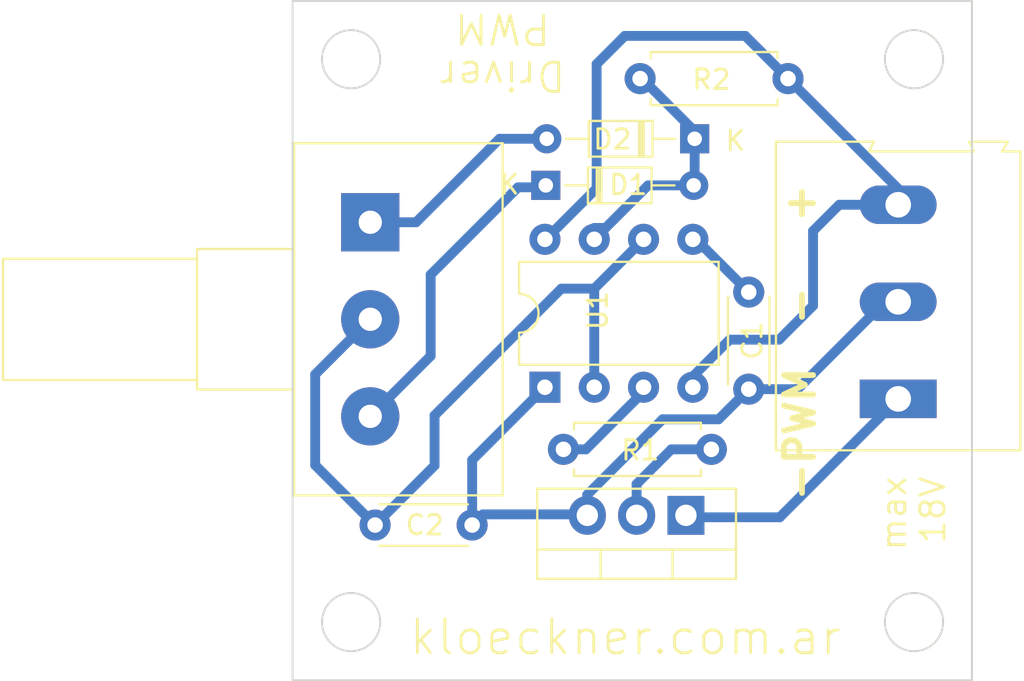
<source format=kicad_pcb>
(kicad_pcb (version 20221018) (generator pcbnew)
  (layers (0 "F.Cu" signal) (31 "B.Cu" signal) (34 "B.Paste" user) (35 "F.Paste" user) (36 "B.SilkS" user "B.Silkscreen") (37 "F.SilkS" user "F.Silkscreen") (38 "B.Mask" user) (39 "F.Mask" user) (44 "Edge.Cuts" user))
  (net 0 "")
  (net 1 "Net-(U1-CV)")
  (net 2 "0")
  (net 3 "Net-(D1-K)")
  (net 4 "Net-(D1-A)")
  (net 5 "VCC")
  (net 6 "Net-(Q1-G)")
  (net 7 "Net-(U1-Q)")
  (net 8 "Net-(U1-THR)")
  (net 9 "Net-(D2-A)")
  (net 10 "Net-(J1-Pin_3)")
  (footprint "Diode_THT:D_DO-34_SOD68_P7.62mm_Horizontal" (layer "F.Cu") (at 125.7 52.1 180)
    (fp_text reference "D2" (at 4.245 -0.03) (layer "F.SilkS"))
    (fp_text value "4148")
    (fp_text user "K" (at -2.1 -0.1) (layer "F.SilkS"))
    (fp_line (start 0.99 0) (end 2.17 0) (stroke (width 0.12)) (layer "F.SilkS"))
    (fp_line (start 2.17 -0.92) (end 2.17 0.92) (stroke (width 0.12)) (layer "F.SilkS"))
    (fp_line (start 2.17 0.92) (end 5.45 0.92) (stroke (width 0.12)) (layer "F.SilkS"))
    (fp_line (start 2.626 -0.92) (end 2.626 0.92) (stroke (width 0.12)) (layer "F.SilkS"))
    (fp_line (start 2.746 -0.92) (end 2.746 0.92) (stroke (width 0.12)) (layer "F.SilkS"))
    (fp_line (start 2.866 -0.92) (end 2.866 0.92) (stroke (width 0.12)) (layer "F.SilkS"))
    (fp_line (start 5.45 -0.92) (end 2.17 -0.92) (stroke (width 0.12)) (layer "F.SilkS"))
    (fp_line (start 5.45 0.92) (end 5.45 -0.92) (stroke (width 0.12)) (layer "F.SilkS"))
    (fp_line (start 6.63 0) (end 5.45 0) (stroke (width 0.12)) (layer "F.SilkS"))
    (pad "1" thru_hole rect (at 0 0 180) (size 1.5 1.5) (drill 0.75) (layers "*.Cu" "*.Mask") (net 4 "Net-(D1-A)"))
    (pad "2" thru_hole oval (at 7.62 0 180) (size 1.5 1.5) (drill 0.75) (layers "*.Cu" "*.Mask") (net 9 "Net-(D2-A)"))
  )
  (footprint "Resistor_THT:R_Axial_DIN0207_L6.3mm_D2.5mm_P7.62mm_Horizontal" (layer "F.Cu") (at 130.51 49 180)
    (fp_text reference "R2" (at 3.9465 -0.05 180) (layer "F.SilkS"))
    (fp_text value "1k")
    (fp_line (start 0.54 -1.37) (end 7.08 -1.37) (stroke (width 0.12)) (layer "F.SilkS"))
    (fp_line (start 0.54 -1.04) (end 0.54 -1.37) (stroke (width 0.12)) (layer "F.SilkS"))
    (fp_line (start 0.54 1.04) (end 0.54 1.37) (stroke (width 0.12)) (layer "F.SilkS"))
    (fp_line (start 0.54 1.37) (end 7.08 1.37) (stroke (width 0.12)) (layer "F.SilkS"))
    (fp_line (start 7.08 -1.37) (end 7.08 -1.04) (stroke (width 0.12)) (layer "F.SilkS"))
    (fp_line (start 7.08 1.37) (end 7.08 1.04) (stroke (width 0.12)) (layer "F.SilkS"))
    (pad "1" thru_hole circle (at 0 0 180) (size 1.6 1.6) (drill 0.8) (layers "*.Cu" "*.Mask") (net 5 "VCC"))
    (pad "2" thru_hole oval (at 7.62 0 180) (size 1.6 1.6) (drill 0.8) (layers "*.Cu" "*.Mask") (net 4 "Net-(D1-A)"))
  )
  (footprint "TerminalBlock:TerminalBlock_Altech_AK300-3_P5.00mm" (layer "F.Cu") (at 136.1865 65.5 90)
    (fp_text reference "J1" hide)
    (fp_text value "Bornera" hide)
    (fp_line (start -2.65 -6.3) (end -2.65 6.3) (stroke (width 0.12)) (layer "F.SilkS"))
    (fp_line (start -2.65 6.3) (end 12.75 6.3) (stroke (width 0.12)) (layer "F.SilkS"))
    (fp_line (start 12.75 -1.5) (end 13.25 -1.25) (stroke (width 0.12)) (layer "F.SilkS"))
    (fp_line (start 12.75 3.9) (end 12.75 -1.5) (stroke (width 0.12)) (layer "F.SilkS"))
    (fp_line (start 12.75 5.35) (end 13.25 5.65) (stroke (width 0.12)) (layer "F.SilkS"))
    (fp_line (start 12.75 6.3) (end 12.75 5.35) (stroke (width 0.12)) (layer "F.SilkS"))
    (fp_line (start 13.25 -6.3) (end -2.65 -6.3) (stroke (width 0.12)) (layer "F.SilkS"))
    (fp_line (start 13.25 -1.25) (end 13.25 -6.3) (stroke (width 0.12)) (layer "F.SilkS"))
    (fp_line (start 13.25 3.65) (end 12.75 3.9) (stroke (width 0.12)) (layer "F.SilkS"))
    (fp_line (start 13.25 5.65) (end 13.25 3.65) (stroke (width 0.12)) (layer "F.SilkS"))
    (pad "1" thru_hole rect (at 0 0 90) (size 1.98 3.96) (drill 1.32) (layers "*.Cu" "*.Mask") (net 10 "Net-(J1-Pin_3)"))
    (pad "2" thru_hole oval (at 5 0 90) (size 1.98 3.96) (drill 1.32) (layers "*.Cu" "*.Mask") (net 2 "0"))
    (pad "3" thru_hole oval (at 10 0 90) (size 1.98 3.96) (drill 1.32) (layers "*.Cu" "*.Mask") (net 5 "VCC"))
  )
  (footprint "Capacitor_THT:C_Disc_D4.3mm_W1.9mm_P5.00mm" (layer "F.Cu") (at 109.2365 72)
    (fp_text reference "C2" (at 2.55 0) (layer "F.SilkS"))
    (fp_text value "10nF")
    (fp_line (start 0.23 -1.07) (end 0.23 -1.055) (stroke (width 0.12)) (layer "F.SilkS"))
    (fp_line (start 0.23 -1.07) (end 4.77 -1.07) (stroke (width 0.12)) (layer "F.SilkS"))
    (fp_line (start 0.23 1.055) (end 0.23 1.07) (stroke (width 0.12)) (layer "F.SilkS"))
    (fp_line (start 0.23 1.07) (end 4.77 1.07) (stroke (width 0.12)) (layer "F.SilkS"))
    (fp_line (start 4.77 -1.07) (end 4.77 -1.055) (stroke (width 0.12)) (layer "F.SilkS"))
    (fp_line (start 4.77 1.055) (end 4.77 1.07) (stroke (width 0.12)) (layer "F.SilkS"))
    (pad "1" thru_hole circle (at 0 0) (size 1.6 1.6) (drill 0.8) (layers "*.Cu" "*.Mask") (net 8 "Net-(U1-THR)"))
    (pad "2" thru_hole circle (at 5 0) (size 1.6 1.6) (drill 0.8) (layers "*.Cu" "*.Mask") (net 2 "0"))
  )
  (footprint "Resistor_THT:R_Axial_DIN0207_L6.3mm_D2.5mm_P7.62mm_Horizontal" (layer "F.Cu") (at 118.94 68.1)
    (fp_text reference "R1" (at 3.96 0.05) (layer "F.SilkS"))
    (fp_text value "46k")
    (fp_line (start 0.54 -1.37) (end 7.08 -1.37) (stroke (width 0.12)) (layer "F.SilkS"))
    (fp_line (start 0.54 -1.04) (end 0.54 -1.37) (stroke (width 0.12)) (layer "F.SilkS"))
    (fp_line (start 0.54 1.04) (end 0.54 1.37) (stroke (width 0.12)) (layer "F.SilkS"))
    (fp_line (start 0.54 1.37) (end 7.08 1.37) (stroke (width 0.12)) (layer "F.SilkS"))
    (fp_line (start 7.08 -1.37) (end 7.08 -1.04) (stroke (width 0.12)) (layer "F.SilkS"))
    (fp_line (start 7.08 1.37) (end 7.08 1.04) (stroke (width 0.12)) (layer "F.SilkS"))
    (pad "1" thru_hole circle (at 0 0) (size 1.6 1.6) (drill 0.8) (layers "*.Cu" "*.Mask") (net 7 "Net-(U1-Q)"))
    (pad "2" thru_hole oval (at 7.62 0) (size 1.6 1.6) (drill 0.8) (layers "*.Cu" "*.Mask") (net 6 "Net-(Q1-G)"))
  )
  (footprint "Capacitor_THT:C_Disc_D4.3mm_W1.9mm_P5.00mm" (layer "F.Cu") (at 128.4865 60 -90)
    (fp_text reference "C1" (at 2.5 -0.18 90) (layer "F.SilkS"))
    (fp_text value "10nF")
    (fp_line (start 0.23 -1.07) (end 0.23 -1.055) (stroke (width 0.12)) (layer "F.SilkS"))
    (fp_line (start 0.23 -1.07) (end 4.77 -1.07) (stroke (width 0.12)) (layer "F.SilkS"))
    (fp_line (start 0.23 1.055) (end 0.23 1.07) (stroke (width 0.12)) (layer "F.SilkS"))
    (fp_line (start 0.23 1.07) (end 4.77 1.07) (stroke (width 0.12)) (layer "F.SilkS"))
    (fp_line (start 4.77 -1.07) (end 4.77 -1.055) (stroke (width 0.12)) (layer "F.SilkS"))
    (fp_line (start 4.77 1.055) (end 4.77 1.07) (stroke (width 0.12)) (layer "F.SilkS"))
    (pad "1" thru_hole circle (at 0 0 270) (size 1.6 1.6) (drill 0.8) (layers "*.Cu" "*.Mask") (net 1 "Net-(U1-CV)"))
    (pad "2" thru_hole circle (at 5 0 270) (size 1.6 1.6) (drill 0.8) (layers "*.Cu" "*.Mask") (net 2 "0"))
  )
  (footprint "Diode_THT:D_DO-34_SOD68_P7.62mm_Horizontal" (layer "F.Cu") (at 118.03 54.5)
    (fp_text reference "D1" (at 4.245 -0.03) (layer "F.SilkS"))
    (fp_text value "4148" hide)
    (fp_text user "K" (at -1.8715 -0.05) (layer "F.SilkS"))
    (fp_line (start 0.99 0) (end 2.17 0) (stroke (width 0.12)) (layer "F.SilkS"))
    (fp_line (start 2.17 -0.92) (end 2.17 0.92) (stroke (width 0.12)) (layer "F.SilkS"))
    (fp_line (start 2.17 0.92) (end 5.45 0.92) (stroke (width 0.12)) (layer "F.SilkS"))
    (fp_line (start 2.626 -0.92) (end 2.626 0.92) (stroke (width 0.12)) (layer "F.SilkS"))
    (fp_line (start 2.746 -0.92) (end 2.746 0.92) (stroke (width 0.12)) (layer "F.SilkS"))
    (fp_line (start 2.866 -0.92) (end 2.866 0.92) (stroke (width 0.12)) (layer "F.SilkS"))
    (fp_line (start 5.45 -0.92) (end 2.17 -0.92) (stroke (width 0.12)) (layer "F.SilkS"))
    (fp_line (start 5.45 0.92) (end 5.45 -0.92) (stroke (width 0.12)) (layer "F.SilkS"))
    (fp_line (start 6.63 0) (end 5.45 0) (stroke (width 0.12)) (layer "F.SilkS"))
    (pad "1" thru_hole rect (at 0 0) (size 1.5 1.5) (drill 0.75) (layers "*.Cu" "*.Mask") (net 3 "Net-(D1-K)"))
    (pad "2" thru_hole oval (at 7.62 0) (size 1.5 1.5) (drill 0.75) (layers "*.Cu" "*.Mask") (net 4 "Net-(D1-A)"))
  )
  (footprint "Potentiometer_THT:Potentiometer_Alps_RK163_Single_Horizontal" (layer "F.Cu") (at 108.9865 56.4)
    (fp_text reference "RV1" hide)
    (fp_text value "50k")
    (fp_line (start -18.92 8.12) (end -18.92 1.88) (stroke (width 0.12)) (layer "F.SilkS"))
    (fp_line (start -8.92 1.88) (end -18.92 1.88) (stroke (width 0.12)) (layer "F.SilkS"))
    (fp_line (start -8.92 8.12) (end -18.92 8.12) (stroke (width 0.12)) (layer "F.SilkS"))
    (fp_line (start -8.92 8.62) (end -8.92 1.38) (stroke (width 0.12)) (layer "F.SilkS"))
    (fp_line (start -3.92 1.38) (end -8.92 1.38) (stroke (width 0.12)) (layer "F.SilkS"))
    (fp_line (start -3.92 8.62) (end -8.92 8.62) (stroke (width 0.12)) (layer "F.SilkS"))
    (fp_line (start -3.92 14.07) (end -3.92 -4.07) (stroke (width 0.12)) (layer "F.SilkS"))
    (fp_line (start 6.82 -4.07) (end -3.92 -4.07) (stroke (width 0.12)) (layer "F.SilkS"))
    (fp_line (start 6.82 14.07) (end -3.92 14.07) (stroke (width 0.12)) (layer "F.SilkS"))
    (fp_line (start 6.82 14.07) (end 6.82 -4.07) (stroke (width 0.12)) (layer "F.SilkS"))
    (pad "1" thru_hole rect (at 0 0 180) (size 3 3) (drill 1.2) (layers "*.Cu" "*.Mask") (net 9 "Net-(D2-A)"))
    (pad "2" thru_hole circle (at 0 5 180) (size 3 3) (drill 1.2) (layers "*.Cu" "*.Mask") (net 8 "Net-(U1-THR)"))
    (pad "3" thru_hole circle (at 0 10 180) (size 3 3) (drill 1.2) (layers "*.Cu" "*.Mask") (net 3 "Net-(D1-K)"))
  )
  (footprint "Package_DIP:DIP-8_W7.62mm" (layer "F.Cu") (at 117.9865 64.9 90)
    (fp_text reference "U1" (at 3.95 2.7135 90) (layer "F.SilkS"))
    (fp_text value "NE555P")
    (fp_line (start 1.16 -1.33) (end 1.16 8.95) (stroke (width 0.12)) (layer "F.SilkS"))
    (fp_line (start 1.16 8.95) (end 6.46 8.95) (stroke (width 0.12)) (layer "F.SilkS"))
    (fp_line (start 2.81 -1.33) (end 1.16 -1.33) (stroke (width 0.12)) (layer "F.SilkS"))
    (fp_line (start 6.46 -1.33) (end 4.81 -1.33) (stroke (width 0.12)) (layer "F.SilkS"))
    (fp_line (start 6.46 8.95) (end 6.46 -1.33) (stroke (width 0.12)) (layer "F.SilkS"))
    (fp_arc (start 4.81 -1.33) (mid 3.81 -0.33) (end 2.81 -1.33) (stroke (width 0.12)) (layer "F.SilkS"))
    (pad "1" thru_hole rect (at 0 0 90) (size 1.6 1.6) (drill 0.8) (layers "*.Cu" "*.Mask") (net 2 "0"))
    (pad "2" thru_hole oval (at 0 2.54 90) (size 1.6 1.6) (drill 0.8) (layers "*.Cu" "*.Mask") (net 8 "Net-(U1-THR)"))
    (pad "3" thru_hole oval (at 0 5.08 90) (size 1.6 1.6) (drill 0.8) (layers "*.Cu" "*.Mask") (net 7 "Net-(U1-Q)"))
    (pad "4" thru_hole oval (at 0 7.62 90) (size 1.6 1.6) (drill 0.8) (layers "*.Cu" "*.Mask") (net 5 "VCC"))
    (pad "5" thru_hole oval (at 7.62 7.62 90) (size 1.6 1.6) (drill 0.8) (layers "*.Cu" "*.Mask") (net 1 "Net-(U1-CV)"))
    (pad "6" thru_hole oval (at 7.62 5.08 90) (size 1.6 1.6) (drill 0.8) (layers "*.Cu" "*.Mask") (net 8 "Net-(U1-THR)"))
    (pad "7" thru_hole oval (at 7.62 2.54 90) (size 1.6 1.6) (drill 0.8) (layers "*.Cu" "*.Mask") (net 4 "Net-(D1-A)"))
    (pad "8" thru_hole oval (at 7.62 0 90) (size 1.6 1.6) (drill 0.8) (layers "*.Cu" "*.Mask") (net 5 "VCC"))
  )
  (footprint "Package_TO_SOT_THT:TO-220-3_Vertical" (layer "F.Cu") (at 125.25 71.5 180)
    (fp_text reference "Q1" hide)
    (fp_text value "IRF1407")
    (fp_line (start -2.58 -3.27) (end -2.58 1.371) (stroke (width 0.12)) (layer "F.SilkS"))
    (fp_line (start -2.58 -3.27) (end 7.66 -3.27) (stroke (width 0.12)) (layer "F.SilkS"))
    (fp_line (start -2.58 -1.76) (end 7.66 -1.76) (stroke (width 0.12)) (layer "F.SilkS"))
    (fp_line (start -2.58 1.371) (end 7.66 1.371) (stroke (width 0.12)) (layer "F.SilkS"))
    (fp_line (start 0.69 -3.27) (end 0.69 -1.76) (stroke (width 0.12)) (layer "F.SilkS"))
    (fp_line (start 4.391 -3.27) (end 4.391 -1.76) (stroke (width 0.12)) (layer "F.SilkS"))
    (fp_line (start 7.66 -3.27) (end 7.66 1.371) (stroke (width 0.12)) (layer "F.SilkS"))
    (pad "1" thru_hole rect (at 0 0 180) (size 1.905 2) (drill 1.1) (layers "*.Cu" "*.Mask") (net 10 "Net-(J1-Pin_3)"))
    (pad "2" thru_hole oval (at 2.54 0 180) (size 1.905 2) (drill 1.1) (layers "*.Cu" "*.Mask") (net 6 "Net-(Q1-G)"))
    (pad "3" thru_hole oval (at 5.08 0 180) (size 1.905 2) (drill 1.1) (layers "*.Cu" "*.Mask") (net 2 "0"))
  )
  (gr_circle (center 108 77) (end 109.5 77) (stroke (width 0.1)) (fill none) (layer "Edge.Cuts"))
  (gr_circle (center 108 48) (end 109.5 48) (stroke (width 0.1)) (fill none) (layer "Edge.Cuts"))
  (gr_circle (center 137 48) (end 138.5 48) (stroke (width 0.1)) (fill none) (layer "Edge.Cuts"))
  (gr_rect (start 104.9865 45) (end 139.9865 80) (stroke (width 0.1)) (fill none) (layer "Edge.Cuts"))
  (gr_circle (center 137 77) (end 138.5 77) (stroke (width 0.1)) (fill none) (layer "Edge.Cuts"))
  (gr_text "max\n18V" (at 138.7 69.4 90) (layer "F.SilkS") (effects (font (size 1.25 1.25)) (justify right bottom)))
  (gr_text "Driver\nPWM" (at 115.8 45.55 180) (layer "F.SilkS") (effects (font (size 1.5 1.5)) (justify bottom)))
  (gr_text "-PWM  -   +" (at 132 70.9 90) (layer "F.SilkS") (effects (font (size 1.5 1.5) (thickness 0.3) bold) (justify left bottom)))
  (gr_text "kloeckner.com.ar" (at 110.9 78.8) (layer "F.SilkS") (effects (font (size 1.75 1.75)) (justify left bottom)))
  (segment (start 125.6065 57.28) (end 125.7665 57.28) (width 0.508) (layer "B.Cu") (net 1))
  (segment (start 125.7665 57.28) (end 128.4865 60) (width 0.508) (layer "B.Cu") (net 1))
  (segment (start 114.7865 71.45) (end 114.2365 72) (width 0.508) (layer "B.Cu") (net 2))
  (segment (start 135.5 60.5) (end 131 65) (width 0.508) (layer "B.Cu") (net 2))
  (segment (start 126.9365 66.55) (end 128.4865 65) (width 0.508) (layer "B.Cu") (net 2))
  (segment (start 120.17 71.3) (end 120.17 70.707) (width 0.508) (layer "B.Cu") (net 2))
  (segment (start 120.1565 70.4435) (end 124.05 66.55) (width 0.508) (layer "B.Cu") (net 2))
  (segment (start 119.9065 71.45) (end 114.7865 71.45) (width 0.508) (layer "B.Cu") (net 2))
  (segment (start 114.2365 68.65) (end 114.2365 72) (width 0.508) (layer "B.Cu") (net 2))
  (segment (start 131 65) (end 128.4865 65) (width 0.508) (layer "B.Cu") (net 2))
  (segment (start 117.9865 64.9) (end 114.2365 68.65) (width 0.508) (layer "B.Cu") (net 2))
  (segment (start 124.05 66.55) (end 126.9365 66.55) (width 0.508) (layer "B.Cu") (net 2))
  (segment (start 136.1865 60.5) (end 135.5 60.5) (width 0.508) (layer "B.Cu") (net 2))
  (segment (start 112.1 59.1) (end 112.1 63.2865) (width 0.508) (layer "B.Cu") (net 3))
  (segment (start 118.4715 54.6) (end 116.6 54.6) (width 0.508) (layer "B.Cu") (net 3))
  (segment (start 116.6 54.6) (end 112.1 59.1) (width 0.508) (layer "B.Cu") (net 3))
  (segment (start 112.1 63.2865) (end 108.9865 66.4) (width 0.508) (layer "B.Cu") (net 3))
  (segment (start 121.108 56.692) (end 123.3 54.5) (width 0.508) (layer "B.Cu") (net 4))
  (segment (start 122.89 49) (end 122.9865 49) (width 0.508) (layer "B.Cu") (net 4))
  (segment (start 125.7 51.7135) (end 125.7 54.2085) (width 0.508) (layer "B.Cu") (net 4))
  (segment (start 123.3 54.5) (end 125.65 54.5) (width 0.508) (layer "B.Cu") (net 4))
  (segment (start 120.5265 56.692) (end 121.108 56.692) (width 0.508) (layer "B.Cu") (net 4))
  (segment (start 125.7 54.2085) (end 126.0915 54.6) (width 0.508) (layer "B.Cu") (net 4))
  (segment (start 122.9865 49) (end 125.7 51.7135) (width 0.508) (layer "B.Cu") (net 4))
  (segment (start 125.6065 64.9) (end 125.6065 64.3435) (width 0.508) (layer "B.Cu") (net 5))
  (segment (start 125.6065 64.3435) (end 127.5 62.45) (width 0.508) (layer "B.Cu") (net 5))
  (segment (start 131.8 60.7) (end 131.8 56.85) (width 0.508) (layer "B.Cu") (net 5))
  (segment (start 120.65 48.25) (end 120.65 54.65) (width 0.508) (layer "B.Cu") (net 5))
  (segment (start 117.9865 57.28) (end 118.37 57.28) (width 0.508) (layer "B.Cu") (net 5))
  (segment (start 118.02 57.28) (end 117.9865 57.28) (width 0.508) (layer "B.Cu") (net 5))
  (segment (start 120.65 54.65) (end 118.02 57.28) (width 0.508) (layer "B.Cu") (net 5))
  (segment (start 130.51 49) (end 136.1865 54.6765) (width 0.508) (layer "B.Cu") (net 5))
  (segment (start 127.5 62.45) (end 130.05 62.45) (width 0.508) (layer "B.Cu") (net 5))
  (segment (start 131.8 56.85) (end 133.15 55.5) (width 0.508) (layer "B.Cu") (net 5))
  (segment (start 122.1 46.8) (end 120.65 48.25) (width 0.508) (layer "B.Cu") (net 5))
  (segment (start 130.51 49) (end 128.31 46.8) (width 0.508) (layer "B.Cu") (net 5))
  (segment (start 128.31 46.8) (end 122.1 46.8) (width 0.508) (layer "B.Cu") (net 5))
  (segment (start 136.1865 54.6765) (end 136.1865 55.5) (width 0.508) (layer "B.Cu") (net 5))
  (segment (start 130.05 62.45) (end 131.8 60.7) (width 0.508) (layer "B.Cu") (net 5))
  (segment (start 133.15 55.5) (end 136.1865 55.5) (width 0.508) (layer "B.Cu") (net 5))
  (segment (start 122.71 71.3) (end 122.71 69.887) (width 0.508) (layer "B.Cu") (net 6))
  (segment (start 122.71 69.887) (end 124.497 68.1) (width 0.508) (layer "B.Cu") (net 6))
  (segment (start 124.497 68.1) (end 126.56 68.1) (width 0.508) (layer "B.Cu") (net 6))
  (segment (start 123.0665 65.1335) (end 123.0665 64.9) (width 0.508) (layer "B.Cu") (net 7))
  (segment (start 123.0665 65.02) (end 123.0665 64.9) (width 0.508) (layer "B.Cu") (net 7))
  (segment (start 118.94 68.1) (end 120.1 68.1) (width 0.508) (layer "B.Cu") (net 7))
  (segment (start 120.1 68.1) (end 123.0665 65.1335) (width 0.508) (layer "B.Cu") (net 7))
  (segment (start 108.9865 61.4) (end 106.15 64.2365) (width 0.508) (layer "B.Cu") (net 8))
  (segment (start 120.5265 64.9) (end 120.5265 59.82) (width 0.508) (layer "B.Cu") (net 8))
  (segment (start 118.83 59.82) (end 120.5265 59.82) (width 0.508) (layer "B.Cu") (net 8))
  (segment (start 120.5265 59.82) (end 123.0665 57.28) (width 0.508) (layer "B.Cu") (net 8))
  (segment (start 112.3 68.9365) (end 112.3 66.35) (width 0.508) (layer "B.Cu") (net 8))
  (segment (start 106.15 64.2365) (end 106.15 68.9135) (width 0.508) (layer "B.Cu") (net 8))
  (segment (start 109.2365 72) (end 112.3 68.9365) (width 0.508) (layer "B.Cu") (net 8))
  (segment (start 112.3 66.35) (end 118.83 59.82) (width 0.508) (layer "B.Cu") (net 8))
  (segment (start 106.15 68.9135) (end 109.2365 72) (width 0.508) (layer "B.Cu") (net 8))
  (segment (start 111.35 56.4) (end 115.65 52.1) (width 0.508) (layer "B.Cu") (net 9))
  (segment (start 108.9865 56.4) (end 111.35 56.4) (width 0.508) (layer "B.Cu") (net 9))
  (segment (start 115.65 52.1) (end 118.4665 52.1) (width 0.508) (layer "B.Cu") (net 9))
  (segment (start 125.5865 71.6) (end 130.0865 71.6) (width 0.508) (layer "B.Cu") (net 10))
  (segment (start 124.9865 71) (end 125.5865 71.6) (width 0.508) (layer "B.Cu") (net 10))
  (segment (start 130.0865 71.6) (end 136.1865 65.5) (width 0.508) (layer "B.Cu") (net 10))
)
</source>
